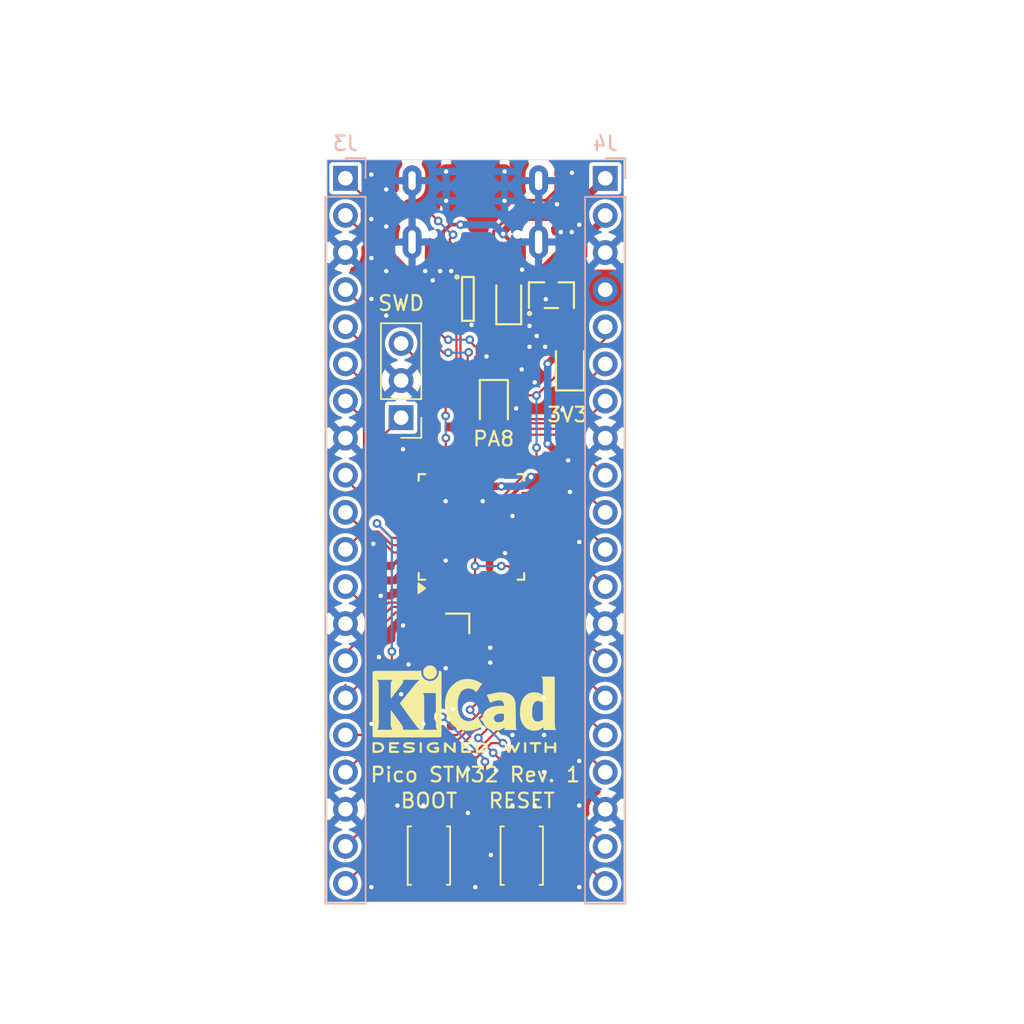
<source format=kicad_pcb>
(kicad_pcb
	(version 20241229)
	(generator "pcbnew")
	(generator_version "9.0")
	(general
		(thickness 1.69)
		(legacy_teardrops no)
	)
	(paper "A4")
	(title_block
		(title "Pico STM32")
		(date "2025-09-05")
		(rev "1")
		(comment 1 "Copyright (c) 2025 Matthias Blankertz")
		(comment 2 "CC BY-SA 4.0")
	)
	(layers
		(0 "F.Cu" signal)
		(2 "B.Cu" mixed)
		(9 "F.Adhes" user "F.Adhesive")
		(11 "B.Adhes" user "B.Adhesive")
		(13 "F.Paste" user)
		(15 "B.Paste" user)
		(5 "F.SilkS" user "F.Silkscreen")
		(1 "F.Mask" user)
		(3 "B.Mask" user)
		(17 "Dwgs.User" user "User.Drawings")
		(19 "Cmts.User" user "User.Comments")
		(21 "Eco1.User" user "User.Eco1")
		(23 "Eco2.User" user "User.Eco2")
		(25 "Edge.Cuts" user)
		(27 "Margin" user)
		(31 "F.CrtYd" user "F.Courtyard")
		(29 "B.CrtYd" user "B.Courtyard")
		(35 "F.Fab" user)
		(33 "B.Fab" user)
		(39 "User.1" user)
		(41 "User.2" user)
		(43 "User.3" user)
		(45 "User.4" user)
	)
	(setup
		(stackup
			(layer "F.SilkS"
				(type "Top Silk Screen")
			)
			(layer "F.Paste"
				(type "Top Solder Paste")
			)
			(layer "F.Mask"
				(type "Top Solder Mask")
				(thickness 0.01)
			)
			(layer "F.Cu"
				(type "copper")
				(thickness 0.035)
			)
			(layer "dielectric 1"
				(type "core")
				(thickness 1.6)
				(material "FR4")
				(epsilon_r 4.5)
				(loss_tangent 0.02)
			)
			(layer "B.Cu"
				(type "copper")
				(thickness 0.035)
			)
			(layer "B.Mask"
				(type "Bottom Solder Mask")
				(thickness 0.01)
			)
			(layer "B.Paste"
				(type "Bottom Solder Paste")
			)
			(copper_finish "HAL SnPb")
			(dielectric_constraints no)
		)
		(pad_to_mask_clearance 0)
		(allow_soldermask_bridges_in_footprints no)
		(tenting front back)
		(pcbplotparams
			(layerselection 0x00000000_00000000_55555555_5755f57f)
			(plot_on_all_layers_selection 0x00000000_00000000_00000000_00000000)
			(disableapertmacros no)
			(usegerberextensions no)
			(usegerberattributes yes)
			(usegerberadvancedattributes yes)
			(creategerberjobfile yes)
			(dashed_line_dash_ratio 12.000000)
			(dashed_line_gap_ratio 3.000000)
			(svgprecision 4)
			(plotframeref no)
			(mode 1)
			(useauxorigin no)
			(hpglpennumber 1)
			(hpglpenspeed 20)
			(hpglpendiameter 15.000000)
			(pdf_front_fp_property_popups yes)
			(pdf_back_fp_property_popups yes)
			(pdf_metadata yes)
			(pdf_single_document no)
			(dxfpolygonmode yes)
			(dxfimperialunits yes)
			(dxfusepcbnewfont yes)
			(psnegative no)
			(psa4output no)
			(plot_black_and_white yes)
			(sketchpadsonfab no)
			(plotpadnumbers no)
			(hidednponfab no)
			(sketchdnponfab yes)
			(crossoutdnponfab yes)
			(subtractmaskfromsilk yes)
			(outputformat 1)
			(mirror no)
			(drillshape 0)
			(scaleselection 1)
			(outputdirectory "")
		)
	)
	(net 0 "")
	(net 1 "GND")
	(net 2 "VBUS")
	(net 3 "+3.3V")
	(net 4 "unconnected-(J1-SBU1-PadA8)")
	(net 5 "unconnected-(J1-SBU2-PadB8)")
	(net 6 "Net-(U1-PD0)")
	(net 7 "Net-(U1-PD1)")
	(net 8 "Net-(J1-CC1)")
	(net 9 "Net-(J1-CC2)")
	(net 10 "nRST")
	(net 11 "USB_D_N")
	(net 12 "/BOOT0")
	(net 13 "USB_D_P")
	(net 14 "PB9")
	(net 15 "/PB2_BOOT1")
	(net 16 "PC15")
	(net 17 "PB5")
	(net 18 "PA1")
	(net 19 "PA9_USART1TX")
	(net 20 "PA2")
	(net 21 "PA10_USART1RX")
	(net 22 "PB3")
	(net 23 "+5V")
	(net 24 "/PA14_SWCLK")
	(net 25 "/PA13_SWDIO")
	(net 26 "PA0")
	(net 27 "PC14")
	(net 28 "PB6")
	(net 29 "PA15")
	(net 30 "PC13")
	(net 31 "PB8")
	(net 32 "PB7")
	(net 33 "/PA8")
	(net 34 "PA3")
	(net 35 "PB13")
	(net 36 "PB14")
	(net 37 "PB12")
	(net 38 "PA4")
	(net 39 "PB11")
	(net 40 "PB15")
	(net 41 "PB10")
	(net 42 "PA6")
	(net 43 "PA5")
	(net 44 "PB0")
	(net 45 "PA7")
	(net 46 "PB1")
	(net 47 "PB4")
	(net 48 "Net-(D1-Pad1)")
	(net 49 "Net-(C10-Pad2)")
	(net 50 "Net-(D4-Pad1)")
	(footprint "PCM_JLCPCB:SOT-143-4_L2.9-W1.3-P1.90-LS2.4-BL-1" (layer "F.Cu") (at 156.972 65.405 -90))
	(footprint "PCM_JLCPCB:C_0402" (layer "F.Cu") (at 151.638 84.1756 90))
	(footprint "PCM_JLCPCB:TYPE-C-SMD_HX-TYPE-C-16PIN" (layer "F.Cu") (at 157.48 59.69 180))
	(footprint "PCM_JLCPCB:C_0402" (layer "F.Cu") (at 152.570001 89.036 -90))
	(footprint "PCM_JLCPCB:D_0805" (layer "F.Cu") (at 158.75 72.644 -90))
	(footprint "PCM_JLCPCB:R_0402" (layer "F.Cu") (at 156.718 101.981 -90))
	(footprint "PCM_JLCPCB:LQFP-48_7x7mm_P0.5mm" (layer "F.Cu") (at 157.210592 81.010592 90))
	(footprint "PCM_JLCPCB:C_0402" (layer "F.Cu") (at 152.4 85.5472 180))
	(footprint "PCM_JLCPCB:R_0402" (layer "F.Cu") (at 155.194 74.168))
	(footprint "PCM_JLCPCB:R_0402" (layer "F.Cu") (at 163.195 57.277 90))
	(footprint "PCM_JLCPCB:OSC-SMD_4P-L3.2-W2.5-BL" (layer "F.Cu") (at 155.067 88.646 180))
	(footprint "PCM_JLCPCB:C_0402" (layer "F.Cu") (at 153.416 76.2 90))
	(footprint "PCM_JLCPCB:SOT-23-3_L2.9-W1.6-P1.90-LS2.8-BR" (layer "F.Cu") (at 162.687 65.151 -90))
	(footprint "PCM_JLCPCB:SW_TS-1088-AR02016" (layer "F.Cu") (at 160.655 103.505 90))
	(footprint "PCM_JLCPCB:C_0402" (layer "F.Cu") (at 157.611201 89.789 90))
	(footprint "PCM_JLCPCB:D_SOD-323" (layer "F.Cu") (at 159.766 65.532 90))
	(footprint "PCM_JLCPCB:C_0402" (layer "F.Cu") (at 163.068 78.105 -90))
	(footprint "PCM_JLCPCB:C_0402" (layer "F.Cu") (at 160.655 71.501 -90))
	(footprint "Symbol:KiCad-Logo2_5mm_SilkScreen"
		(layer "F.Cu")
		(uuid "8bdabd8e-de49-470d-a182-d595815bb16e")
		(at 156.722201 93.472)
		(descr "KiCad Logo")
		(tags "Logo KiCad")
		(property "Reference" "REF**"
			(at 0 -5.08 0)
			(layer "F.SilkS")
			(hide yes)
			(uuid "115888e8-a942-49fa-9823-f6fcb10a4576")
			(effects
				(font
					(size 1 1)
					(thickness 0.15)
				)
			)
		)
		(property "Value" "KiCad-Logo2_5mm_SilkScreen"
			(at 0 5.08 0)
			(layer "F.Fab")
			(hide yes)
			(uuid "8844ef9d-fee1-455d-be66-3b6852d24d67")
			(effects
				(font
					(size 1 1)
					(thickness 0.15)
				)
			)
		)
		(property "Datasheet" ""
			(at 0 0 0)
			(unlocked yes)
			(layer "F.Fab")
			(hide yes)
			(uuid "240cc77e-95fb-4ebc-9e74-91de1cf4430c")
			(effects
				(font
					(size 1.27 1.27)
					(thickness 0.15)
				)
			)
		)
		(property "Description" ""
			(at 0 0 0)
			(unlocked yes)
			(layer "F.Fab")
			(hide yes)
			(uuid "4dda8c0a-4102-42cf-9291-1e393cb2b8f6")
			(effects
				(font
					(size 1.27 1.27)
					(thickness 0.15)
				)
			)
		)
		(attr board_only exclude_from_pos_files exclude_from_bom allow_missing_courtyard)
		(fp_poly
			(pts
				(xy 4.188614 2.275877) (xy 4.212327 2.290647) (xy 4.238978 2.312227) (xy 4.238978 2.633773) (xy 4.238893 2.72783)
				(xy 4.238529 2.801932) (xy 4.237724 2.858704) (xy 4.236313 2.900768) (xy 4.234133 2.930748) (xy 4.231021 2.951267)
				(xy 4.226814 2.964949) (xy 4.221348 2.974416) (xy 4.217472 2.979082) (xy 4.186034 2.999575) (xy 4.150233 2.998739)
				(xy 4.118873 2.981264) (xy 4.092222 2.959684) (xy 4.092222 2.312227) (xy 4.118873 2.290647) (xy 4.144594 2.274949)
				(xy 4.1656 2.269067) (xy 4.188614 2.275877)
			)
			(stroke
				(width 0.01)
				(type solid)
			)
			(fill yes)
			(layer "F.SilkS")
			(uuid "9cb7c89e-3ed4-4f15-9d01-428f9f2f6f1c")
		)
		(fp_poly
			(pts
				(xy -2.923822 2.291645) (xy -2.917242 2.299218) (xy -2.912079 2.308987) (xy -2.908164 2.323571)
				(xy -2.905324 2.345585) (xy -2.903387 2.377648) (xy -2.902183 2.422375) (xy -2.901539 2.482385)
				(xy -2.901284 2.560294) (xy -2.901245 2.635956) (xy -2.901314 2.729802) (xy -2.901638 2.803689)
				(xy -2.902386 2.860232) (xy -2.903732 2.902049) (xy -2.905846 2.931757) (xy -2.9089 2.951973) (xy -2.913066 2.965314)
				(xy -2.918516 2.974398) (xy -2.923822 2.980267) (xy -2.956826 2.999947) (xy -2.991991 2.998181)
				(xy -3.023455 2.976717) (xy -3.030684 2.968337) (xy -3.036334 2.958614) (xy -3.040599 2.944861)
				(xy -3.043673 2.924389) (xy -3.045752 2.894512) (xy -3.04703 2.852541) (xy -3.047701 2.795789) (xy -3.047959 2.721567)
				(xy -3.048 2.637537) (xy -3.048 2.324485) (xy -3.020291 2.296776) (xy -2.986137 2.273463) (xy -2.953006 2.272623)
				(xy -2.923822 2.291645)
			)
			(stroke
				(width 0.01)
				(type solid)
			)
			(fill yes)
			(layer "F.SilkS")
			(uuid "d95d357a-1821-47b3-923a-c3b38f96bc98")
		)
		(fp_poly
			(pts
				(xy -2.273043 -2.973429) (xy -2.176768 -2.949191) (xy -2.090184 -2.906359) (xy -2.015373 -2.846581)
				(xy -1.954418 -2.771506) (xy -1.909399 -2.68278) (xy -1.883136 -2.58647) (xy -1.877286 -2.489205)
				(xy -1.89214 -2.395346) (xy -1.92584 -2.307489) (xy -1.976528 -2.22823) (xy -2.042345 -2.160164)
				(xy -2.121434 -2.105888) (xy -2.211934 -2.067998) (xy -2.2632 -2.055574) (xy -2.307698 -2.048053)
				(xy -2.341999 -2.045081) (xy -2.37496 -2.046906) (xy -2.415434 -2.053775) (xy -2.448531 -2.06075)
				(xy -2.541947 -2.092259) (xy -2.625619 -2.143383) (xy -2.697665 -2.212571) (xy -2.7562 -2.298272)
				(xy -2.770148 -2.325511) (xy -2.786586 -2.361878) (xy -2.796894 -2.392418) (xy -2.80246 -2.42455)
				(xy -2.804669 -2.465693) (xy -2.804948 -2.511778) (xy -2.800861 -2.596135) (xy -2.787446 -2.665414)
				(xy -2.762256 -2.726039) (xy -2.722846 -2.784433) (xy -2.684298 -2.828698) (xy -2.612406 -2.894516)
				(xy -2.537313 -2.939947) (xy -2.454562 -2.96715) (xy -2.376928 -2.977424) (xy -2.273043 -2.973429)
			)
			(stroke
				(width 0.01)
				(type solid)
			)
			(fill yes)
			(layer "F.SilkS")
			(uuid "cd45797a-b2be-45d2-ad8c-59bc220af130")
		)
		(fp_poly
			(pts
				(xy 4.963065 2.269163) (xy 5.041772 2.269542) (xy 5.102863 2.270333) (xy 5.148817 2.27167) (xy 5.182114 2.273683)
				(xy 5.205236 2.276506) (xy 5.220662 2.280269) (xy 5.230871 2.285105) (xy 5.235813 2.288822) (xy 5.261457 2.321358)
				(xy 5.264559 2.355138) (xy 5.248711 2.385826) (xy 5.238348 2.398089) (xy 5.227196 2.40645) (xy 5.211035 2.411657)
				(xy 5.185642 2.414457) (xy 5.146798 2.415596) (xy 5.09028 2.415821) (xy 5.07918 2.415822) (xy 4.933244 2.415822)
				(xy 4.933244 2.686756) (xy 4.933148 2.772154) (xy 4.932711 2.837864) (xy 4.931712 2.886774) (xy 4.929928 2.921773)
				(xy 4.927137 2.945749) (xy 4.923117 2.961593) (xy 4.917645 2.972191) (xy 4.910666 2.980267) (xy 4.877734 3.000112)
				(xy 4.843354 2.998548) (xy 4.812176 2.975906) (xy 4.809886 2.9731) (xy 4.802429 2.962492) (xy 4.796747 2.950081)
				(xy 4.792601 2.93285) (xy 4.78975 2.907784) (xy 4.787954 2.871867) (xy 4.786972 2.822083) (xy 4.786564 2.755417)
				(xy 4.786489 2.679589) (xy 4.786489 2.415822) (xy 4.647127 2.415822) (xy 4.587322 2.415418) (xy 4.545918 2.41384)
				(xy 4.518748 2.410547) (xy 4.501646 2.404992) (xy 4.490443 2.396631) (xy 4.489083 2.395178) (xy 4.472725 2.361939)
				(xy 4.474172 2.324362) (xy 4.492978 2.291645) (xy 4.50025 2.285298) (xy 4.509627 2.280266) (xy 4.523609 2.276396)
				(xy 4.544696 2.273537) (xy 4.575389 2.271535) (xy 4.618189 2.270239) (xy 4.675595 2.269498) (xy 4.75011 2.269158)
				(xy 4.844233 2.269068) (xy 4.86426 2.269067) (xy 4.963065 2.269163)
			)
			(stroke
				(width 0.01)
				(type solid)
			)
			(fill yes)
			(layer "F.SilkS")
			(uuid "f70c18ba-7a4e-4e16-b89d-808876ca0334")
		)
		(fp_poly
			(pts
				(xy 6.228823 2.274533) (xy 6.260202 2.296776) (xy 6.287911 2.324485) (xy 6.287911 2.63392) (xy 6.287838 2.725799)
				(xy 6.287495 2.79784) (xy 6.286692 2.85278) (xy 6.285241 2.89336) (xy 6.282952 2.922317) (xy 6.279636 2.942391)
				(xy 6.275105 2.956321) (xy 6.269169 2.966845) (xy 6.264514 2.9731) (xy 6.233783 2.997673) (xy 6.198496 3.000341)
				(xy 6.166245 2.985271) (xy 6.155588 2.976374) (xy 6.148464 2.964557) (xy 6.144167 2.945526) (xy 6.141991 2.914992)
				(xy 6.141228 2.868662) (xy 6.141155 2.832871) (xy 6.141155 2.698045) (xy 5.644444 2.698045) (xy 5.644444 2.8207)
				(xy 5.643931 2.876787) (xy 5.641876 2.915333) (xy 5.637508 2.941361) (xy 5.630056 2.959897) (xy 5.621047 2.9731)
				(xy 5.590144 2.997604) (xy 5.555196 3.000506) (xy 5.521738 2.983089) (xy 5.512604 2.973959) (xy 5.506152 2.961855)
				(xy 5.501897 2.943001) (xy 5.499352 2.91362) (xy 5.498029 2.869937) (xy 5.497443 2.808175) (xy 5.497375 2.794)
				(xy 5.496891 2.677631) (xy 5.496641 2.581727) (xy 5.496723 2.504177) (xy 5.497231 2.442869) (xy 5.498262 2.39569)
				(xy 5.499913 2.36053) (xy 5.502279 2.335276) (xy 5.505457 2.317817) (xy 5.509544 2.306041) (xy 5.514634 2.297835)
				(xy 5.520266 2.291645) (xy 5.552128 2.271844) (xy 5.585357 2.274533) (xy 5.616735 2.296776) (xy 5.629433 2.311126)
				(xy 5.637526 2.326978) (xy 5.642042 2.349554) (xy 5.644006 2.384078) (xy 5.644444 2.435776) (xy 5.644444 2.551289)
				(xy 6.141155 2.551289) (xy 6.141155 2.432756) (xy 6.141662 2.378148) (xy 6.143698 2.341275) (xy 6.148035 2.317307)
				(xy 6.155447 2.301415) (xy 6.163733 2.291645) (xy 6.195594 2.271844) (xy 6.228823 2.274533)
			)
			(stroke
				(width 0.01)
				(type solid)
			)
			(fill yes)
			(layer "F.SilkS")
			(uuid "5b5bc0b3-ae28-49cd-a9a0-3f334ee946ae")
		)
		(fp_poly
			(pts
				(xy 1.018309 2.269275) (xy 1.147288 2.273636) (xy 1.256991 2.286861) (xy 1.349226 2.309741) (xy 1.425802 2.34307)
				(xy 1.488527 2.387638) (xy 1.539212 2.444236) (xy 1.579663 2.513658) (xy 1.580459 2.515351) (xy 1.604601 2.577483)
				(xy 1.613203 2.632509) (xy 1.606231 2.687887) (xy 1.583654 2.751073) (xy 1.579372 2.760689) (xy 1.550172 2.816966)
				(xy 1.517356 2.860451) (xy 1.475002 2.897417) (xy 1.41719 2.934135) (xy 1.413831 2.936052) (xy 1.363504 2.960227)
				(xy 1.306621 2.978282) (xy 1.239527 2.990839) (xy 1.158565 2.998522) (xy 1.060082 3.001953) (xy 1.025286 3.002251)
				(xy 0.859594 3.002845) (xy 0.836197 2.9731) (xy 0.829257 2.963319) (xy 0.823842 2.951897) (xy 0.819765 2.936095)
				(xy 0.816837 2.913175) (xy 0.814867 2.880396) (xy 0.814225 2.856089) (xy 0.970844 2.856089) (xy 1.064726 2.856089)
				(xy 1.119664 2.854483) (xy 1.17606 2.850255) (xy 1.222345 2.844292) (xy 1.225139 2.84379) (xy 1.307348 2.821736)
				(xy 1.371114 2.7886) (xy 1.418452 2.742847) (xy 1.451382 2.682939) (xy 1.457108 2.667061) (xy 1.462721 2.642333)
				(xy 1.460291 2.617902) (xy 1.448467 2.5854) (xy 1.44134 2.569434) (xy 1.418 2.527006) (xy 1.38988 2.49724)
				(xy 1.35894 2.476511) (xy 1.296966 2.449537) (xy 1.217651 2.429998) (xy 1.125253 2.418746) (xy 1.058333 2.41627)
				(xy 0.970844 2.415822) (xy 0.970844 2.856089) (xy 0.814225 2.856089) (xy 0.813668 2.835021) (xy 0.81305 2.774311)
				(xy 0.812825 2.695526) (xy 0.8128 2.63392) (xy 0.8128 2.324485) (xy 0.840509 2.296776) (xy 0.852806 2.285544)
				(xy 0.866103 2.277853) (xy 0.884672 2.27304) (xy 0.912786 2.270446) (xy 0.954717 2.26941) (xy 1.014737 2.26927)
				(xy 1.018309 2.269275)
			)
			(stroke
				(width 0.01)
				(type solid)
			)
			(fill yes)
			(layer "F.SilkS")
			(uuid "78ac23c9-6604-4c1e-9a2a-de8e8d3cc8f4")
		)
		(fp_poly
			(pts
				(xy -6.121371 2.269066) (xy -6.081889 2.269467) (xy -5.9662 2.272259) (xy -5.869311 2.28055) (xy -5.787919 2.295232)
				(xy -5.718723 2.317193) (xy -5.65842 2.347322) (xy -5.603708 2.38651) (xy -5.584167 2.403532) (xy -5.55175 2.443363)
				(xy -5.52252 2.497413) (xy -5.499991 2.557323) (xy -5.487679 2.614739) (xy -5.4864 2.635956) (xy -5.494417 2.694769)
				(xy -5.515899 2.759013) (xy -5.546999 2.819821) (xy -5.583866 2.86833) (xy -5.589854 2.874182) (xy -5.640579 2.915321)
				(xy -5.696125 2.947435) (xy -5.759696 2.971365) (xy -5.834494 2.987953) (xy -5.923722 2.998041)
				(xy -6.030582 3.002469) (xy -6.079528 3.002845) (xy -6.141762 3.002545) (xy -6.185528 3.001292)
				(xy -6.214931 2.998554) (xy -6.234079 2.993801) (xy -6.247077 2.986501) (xy -6.254045 2.980267)
				(xy -6.260626 2.972694) (xy -6.265788 2.962924) (xy -6.269703 2.94834) (xy -6.272543 2.926326) (xy -6.27448 2.894264)
				(xy -6.275684 2.849536) (xy -6.276328 2.789526) (xy -6.276583 2.711617) (xy -6.276622 2.635956)
				(xy -6.27687 2.535041) (xy -6.276817 2.454427) (xy -6.275857 2.415822) (xy -6.129867 2.415822) (xy -6.129867 2.856089)
				(xy -6.036734 2.856004) (xy -5.980693 2.854396) (xy -5.921999 2.850256) (xy -5.873028 2.844464)
				(xy -5.871538 2.844226) (xy -5.792392 2.82509) (xy -5.731002 2.795287) (xy -5.684305 2.752878) (xy -5.654635 2.706961)
				(xy -5.636353 2.656026) (xy -5.637771 2.6082) (xy -5.658988 2.556933) (xy -5.700489 2.503899) (xy -5.757998 2.4646)
				(xy -5.83275 2.438331) (xy -5.882708 2.429035) (xy -5.939416 2.422507) (xy -5.999519 2.417782) (xy -6.050639 2.415817)
				(xy -6.053667 2.415808) (xy -6.129867 2.415822) (xy -6.275857 2.415822) (xy -6.27526 2.391851) (xy -6.270998 2.345055)
				(xy -6.26283 2.311778) (xy -6.249556 2.289759) (xy -6.229974 2.276739) (xy -6.202883 2.270457) (xy -6.167082 2.268653)
				(xy -6.121371 2.269066)
			)
			(stroke
				(width 0.01)
				(type solid)
			)
			(fill yes)
			(layer "F.SilkS")
			(uuid "1c359cdb-10e1-443f-b853-dcd5a6d1ad9f")
		)
		(fp_poly
			(pts
				(xy -1.300114 2.273448) (xy -1.276548 2.287273) (xy -1.245735 2.309881) (xy -1.206078 2.342338)
				(xy -1.15598 2.385708) (xy -1.093843 2.441058) (xy -1.018072 2.509451) (xy -0.931334 2.588084) (xy -0.750711 2.751878)
				(xy -0.745067 2.532029) (xy -0.743029 2.456351) (xy -0.741063 2.399994) (xy -0.738734 2.359706)
				(xy -0.735606 2.332235) (xy -0.731245 2.314329) (xy -0.725216 2.302737) (xy -0.717084 2.294208)
				(xy -0.712772 2.290623) (xy -0.678241 2.27167) (xy -0.645383 2.274441) (xy -0.619318 2.290633) (xy -0.592667 2.312199)
				(xy -0.589352 2.627151) (xy -0.588435 2.719779) (xy -0.587968 2.792544) (xy -0.588113 2.848161)
				(xy -0.589032 2.889342) (xy -0.590887 2.918803) (xy -0.593839 2.939255) (xy -0.59805 2.953413) (xy -0.603682 2.963991)
				(xy -0.609927 2.972474) (xy -0.623439 2.988207) (xy -0.636883 2.998636) (xy -0.652124 3.002639)
				(xy -0.671026 2.999094) (xy -0.695455 2.986879) (xy -0.727273 2.964871) (xy -0.768348 2.931949)
				(xy -0.820542 2.886991) (xy -0.885722 2.828875) (xy -0.959556 2.762099) (xy -1.224845 2.521458)
				(xy -1.230489 2.740589) (xy -1.232531 2.816128) (xy -1.234502 2.872354) (xy -1.236839 2.912524)
				(xy -1.239981 2.939896) (xy -1.244364 2.957728) (xy -1.250424 2.969279) (xy -1.2586 2.977807) (xy -1.262784 2.981282)
				(xy -1.299765 3.000372) (xy -1.334708 2.997493) (xy -1.365136 2.9731) (xy -1.372097 2.963286) (xy -1.377523 2.951826)
				(xy -1.381603 2.935968) (xy -1.384529 2.912963) (xy -1.386492 2.880062) (xy -1.387683 2.834516)
				(xy -1.388292 2.773573) (xy -1.388511 2.694486) (xy -1.388534 2.635956) (xy -1.38846 2.544407) (xy -1.388113 2.472687)
				(xy -1.387301 2.418045) (xy -1.385833 2.377732) (xy -1.383519 2.348998) (xy -1.380167 2.329093)
				(xy -1.375588 2.315268) (xy -1.369589 2.304772) (xy -1.365136 2.298811) (xy -1.35385 2.284691) (xy -1.343301 2.274029)
				(xy -1.331893 2.267892) (xy -1.31803 2.267343) (xy -1.300114 2.273448)
			)
			(stroke
				(width 0.01)
				(type solid)
			)
			(fill yes)
			(layer "F.SilkS")
			(uuid "52a7964d-ac4e-44fb-a7d2-57ddd9b74038")
		)
		(fp_poly
			(pts
				(xy -1.950081 2.274599) (xy -1.881565 2.286095) (xy -1.828943 2.303967) (xy -1.794708 2.327499)
				(xy -1.785379 2.340924) (xy -1.775893 2.372148) (xy -1.782277 2.400395) (xy -1.80243 2.427182) (xy -1.833745 2.439713)
				(xy -1.879183 2.438696) (xy -1.914326 2.431906) (xy -1.992419 2.418971) (xy -2.072226 2.417742)
				(xy -2.161555 2.428241) (xy -2.186229 2.43269) (xy -2.269291 2.456108) (xy -2.334273 2.490945) (xy -2.380461 2.536604)
				(xy -2.407145 2.592494) (xy -2.412663 2.621388) (xy -2.409051 2.680012) (xy -2.385729 2.731879)
				(xy -2.344824 2.775978) (xy -2.288459 2.811299) (xy -2.21876 2.836829) (xy -2.137852 2.851559) (xy -2.04786 2.854478)
				(xy -1.95091 2.844575) (xy -1.945436 2.843641) (xy -1.906875 2.836459) (xy -1.885494 2.829521) (xy -1.876227 2.819227)
				(xy -1.874006 2.801976) (xy -1.873956 2.792841) (xy -1.873956 2.754489) (xy -1.942431 2.754489)
				(xy -2.0029 2.750347) (xy -2.044165 2.737147) (xy -2.068175 2.71373) (xy -2.076877 2.678936) (xy -2.076983 2.674394)
				(xy -2.071892 2.644654) (xy -2.054433 2.623419) (xy -2.021939 2.609366) (xy -1.971743 2.601173)
				(xy -1.923123 2.598161) (xy -1.852456 2.596433) (xy -1.801198 2.59907) (xy -1.766239 2.6088) (xy -1.74447 2.628353)
				(xy -1.73278 2.660456) (xy -1.72806 2.707838) (xy -1.7272 2.770071) (xy -1.728609 2.839535) (xy -1.732848 2.886786)
				(xy -1.739936 2.912012) (xy -1.741311 2.913988) (xy -1.780228 2.945508) (xy -1.837286 2.97047) (xy -1.908869 2.98834)
				(xy -1.991358 2.998586) (xy -2.081139 3.000673) (xy -2.174592 2.994068) (xy -2.229556 2.985956)
				(xy -2.315766 2.961554) (xy -2.395892 2.921662) (xy -2.462977 2.869887) (xy -2.473173 2.859539)
				(xy -2.506302 2.816035) (xy -2.536194 2.762118) (xy -2.559357 2.705592) (xy -2.572298 2.654259)
				(xy -2.573858 2.634544) (xy -2.567218 2.593419) (xy -2.549568 2.542252) (xy -2.524297 2.488394)
				(xy -2.494789 2.439195) (xy -2.468719 2.406334) (xy -2.407765 2.357452) (xy -2.328969 2.318545)
				(xy -2.235157 2.290494) (xy -2.12915 2.274179) (xy -2.032 2.270192) (xy -1.950081 2.274599)
			)
			(stroke
				(width 0.01)
				(type solid)
			)
			(fill yes)
			(layer "F.SilkS")
			(uuid "7691cfbd-3083-4c6d-b59f-c92a2e6819bb")
		)
		(fp_poly
			(pts
				(xy 0.230343 2.26926) (xy 0.306701 2.270174) (xy 0.365217 2.272311) (xy 0.408255 2.276175) (xy 0.438183 2.282267)
				(xy 0.457368 2.29109) (xy 0.468176 2.303146) (xy 0.472973 2.318939) (xy 0.474127 2.33897) (xy 0.474133 2.341335)
				(xy 0.473131 2.363992) (xy 0.468396 2.381503) (xy 0.457333 2.394574) (xy 0.437348 2.403913) (xy 0.405846 2.410227)
				(xy 0.360232 2.414222) (xy 0.297913 2.416606) (xy 0.216293 2.418086) (xy 0.191277 2.418414) (xy -0.0508 2.421467)
				(xy -0.054186 2.486378) (xy -0.057571 2.551289) (xy 0.110576 2.551289) (xy 0.176266 2.551531) (xy 0.223172 2.552556)
				(xy 0.255083 2.554811) (xy 0.275791 2.558742) (xy 0.289084 2.564798) (xy 0.298755 2.573424) (xy 0.298817 2.573493)
				(xy 0.316356 2.607112) (xy 0.315722 2.643448) (xy 0.297314 2.674423) (xy 0.293671 2.677607) (xy 0.280741 2.685812)
				(xy 0.263024 2.691521) (xy 0.23657 2.695162) (xy 0.197432 2.697167) (xy 0.141662 2.697964) (xy 0.105994 2.698045)
				(xy -0.056445 2.698045) (xy -0.056445 2.856089) (xy 0.190161 2.856089) (xy 0.27158 2.856231) (xy 0.33341 2.856814)
				(xy 0.378637 2.858068) (xy 0.410248 2.860227) (xy 0.431231 2.863523) (xy 0.444573 2.868189) (xy 0.453261 2.874457)
				(xy 0.45545 2.876733) (xy 0.471614 2.90828) (xy 0.472797 2.944168) (xy 0.459536 2.975285) (xy 0.449043 2.985271)
				(xy 0.438129 2.990769) (xy 0.421217 2.995022) (xy 0.395633 2.99818) (xy 0.358701 3.000392) (xy 0.307746 3.001806)
				(xy 0.240094 3.002572) (xy 0.153069 3.002838) (xy 0.133394 3.002845) (xy 0.044911 3.002787) (xy -0.023773 3.002467)
				(xy -0.075436 3.001667) (xy -0.112855 3.000167) (xy -0.13881 2.997749) (xy -0.156078 2.994194) (xy -0.167438 2.989282)
				(xy -0.175668 2.982795) (xy -0.180183 2.978138) (xy -0.186979 2.969889) (xy -0.192288 2.959669)
				(xy -0.196294 2.9448) (xy -0.199179 2.922602) (xy -0.201126 2.890393) (xy -0.202319 2.845496) (xy -0.202939 2.785228)
				(xy -0.203171 2.706911) (xy -0.2032 2.640994) (xy -0.203129 2.548628) (xy -0.202792 2.476117) (xy -0.202002 2.420737)
				(xy -0.200574 2.379765) (xy -0.198321 2.350478) (xy -0.195057 2.330153) (xy -0.190596 2.316066)
				(xy -0.184752 2.305495) (xy -0.179803 2.298811) (xy -0.156406 2.269067) (xy 0.133774 2.269067) (xy 0.230343 2.26926)
			)
			(stroke
				(width 0.01)
				(type solid)
			)
			(fill yes)
			(layer "F.SilkS")
			(uuid "61991b7c-277c-4795-98e8-efba23b5e7c9")
		)
		(fp_poly
			(pts
				(xy -4.712794 2.269146) (xy -4.643386 2.269518) (xy -4.590997 2.270385) (xy -4.552847 2.271946)
				(xy -4.526159 2.274403) (xy -4.508153 2.277957) (xy -4.496049 2.28281) (xy -4.487069 2.289161) (xy -4.483818 2.292084)
				(xy -4.464043 2.323142) (xy -4.460482 2.358828) (xy -4.473491 2.39051) (xy -4.479506 2.396913) (xy -4.489235 2.403121)
				(xy -4.504901 2.40791) (xy -4.529408 2.411514) (xy -4.565661 2.414164) (xy -4.616565 2.416095) (xy -4.685026 2.417539)
				(xy -4.747617 2.418418) (xy -4.995334 2.421467) (xy -4.998719 2.486378) (xy -5.002105 2.551289)
				(xy -4.833958 2.551289) (xy -4.760959 2.551919) (xy -4.707517 2.554553) (xy -4.670628 2.560309)
				(xy -4.647288 2.570304) (xy -4.634494 2.585656) (xy -4.629242 2.607482) (xy -4.628445 2.627738)
				(xy -4.630923 2.652592) (xy -4.640277 2.670906) (xy -4.659383 2.683637) (xy -4.691118 2.691741)
				(xy -4.738359 2.696176) (xy -4.803983 2.697899) (xy -4.839801 2.698045) (xy -5.000978 2.698045)
				(xy -5.000978 2.856089) (xy -4.752622 2.856089) (xy -4.671213 2.856202) (xy -4.609342 2.856712)
				(xy -4.563968 2.85787) (xy -4.532054 2.85993) (xy -4.510559 2.863146) (xy -4.496443 2.867772) (xy -4.486668 2.874059)
				(xy -4.481689 2.878667) (xy -4.46461 2.90556) (xy -4.459111 2.929467) (xy -4.466963 2.958667) (xy -4.481689 2.980267)
				(xy -4.489546 2.987066) (xy -4.499688 2.992346) (xy -4.514844 2.996298) (xy -4.537741 2.999113)
				(xy -4.571109 3.000982) (xy -4.617675 3.002098) (xy -4.680167 3.002651) (xy -4.761314 3.002833)
				(xy -4.803422 3.002845) (xy -4.893598 3.002765) (xy -4.963924 3.002398) (xy -5.017129 3.001552)
				(xy -5.05594 3.000036) (xy -5.083087 2.997659) (xy -5.101298 2.994229) (xy -5.1133 2.989554) (xy -5.121822 2.983444)
				(xy -5.125156 2.980267) (xy -5.131755 2.97267) (xy -5.136927 2.96287) (xy -5.140846 2.948239) (xy -5.143684 2.926152)
				(xy -5.145615 2.893982) (xy -5.146812 2.849103) (xy -5.147448 2.788889) (xy -5.147697 2.710713)
				(xy -5.147734 2.637923) (xy -5.1477 2.544707) (xy -5.147465 2.471431) (xy -5.14683 2.415458) (xy -5.145594 2.374151)
				(xy -5.143556 2.344872) (xy -5.140517 2.324984) (xy -5.136277 2.31185) (xy -5.130635 2.302832) (xy -5.123391 2.295293)
				(xy -5.121606 2.293612) (xy -5.112945 2.286172) (xy -5.102882 2.280409) (xy -5.088625 2.276112)
				(xy -5.067383 2.273064) (xy -5.036364 2.271051) (xy -4.992777 2.26986) (xy -4.933831 2.269275) (xy -4.856734 2.269083)
				(xy -4.802001 2.269067) (xy -4.712794 2.269146)
			)
			(stroke
				(width 0.01)
				(type solid)
			)
			(fill yes)
			(layer "F.SilkS")
			(uuid "629445c9-0aa9-4c0b-a325-7f1fe5db9f6e")
		)
		(fp_poly
			(pts
				(xy 3.744665 2.271034) (xy 3.764255 2.278035) (xy 3.76501 2.278377) (xy 3.791613 2.298678) (xy 3.80627 2.319561)
				(xy 3.809138 2.329352) (xy 3.808996 2.342361) (xy 3.804961 2.360895) (xy 3.796146 2.387257) (xy 3.781669 2.423752)
				(xy 3.760645 2.472687) (xy 3.732188 2.536365) (xy 3.695415 2.617093) (xy 3.675175 2.661216) (xy 3.638625 2.739985)
				(xy 3.604315 2.812423) (xy 3.573552 2.87588) (xy 3.547648 2.927708) (xy 3.52791 2.965259) (xy 3.51565 2.985884)
				(xy 3.513224 2.988733) (xy 3.482183 3.001302) (xy 3.447121 2.999619) (xy 3.419 2.984332) (xy 3.417854 2.983089)
				(xy 3.406668 2.966154) (xy 3.387904 2.93317) (xy 3.363875 2.88838) (xy 3.336897 2.836032) (xy 3.327201 2.816742)
				(xy 3.254014 2.67015) (xy 3.17424 2.829393) (xy 3.145767 2.884415) (xy 3.11935 2.932132) (xy 3.097148 2.968893)
				(xy 3.081319 2.991044) (xy 3.075954 2.995741) (xy 3.034257 3.002102) (xy 2.999849 2.988733) (xy 2.989728 2.974446)
				(xy 2.972214 2.942692) (xy 2.948735 2.896597) (xy 2.92072 2.839285) (xy 2.889599 2.77388) (xy 2.856799 2.703507)
				(xy 2.82375 2.631291) (xy 2.791881 2.560355) (xy 2.762619 2.493825) (xy 2.737395 2.434826) (xy 2.717636 2.386481)
				(xy 2.704772 2.351915) (xy 2.700231 2.334253) (xy 2.700277 2.333613) (xy 2.711326 2.311388) (xy 2.73341 2.288753)
				(xy 2.73471 2.287768) (xy 2.761853 2.272425) (xy 2.786958 2.272574) (xy 2.796368 2.275466) (xy 2.807834 2.281718)
				(xy 2.82001 2.294014) (xy 2.834357 2.314908) (xy 2.852336 2.346949) (xy 2.875407 2.392688) (xy 2.90503 2.454677)
				(xy 2.931745 2.511898) (xy 2.96248 2.578226) (xy 2.990021 2.637874) (xy 3.012938 2.687725) (xy 3.029798 2.724664)
				(xy 3.039173 2.745573) (xy 3.04054 2.748845) (xy 3.046689 2.743497) (xy 3.060822 2.721109) (xy 3.081057 2.684946)
				(xy 3.105515 2.638277) (xy 3.115248 2.619022) (xy 3.148217 2.554004) (xy 3.173643 2.506654) (xy 3.193612 2.474219)
				(xy 3.21021 2.453946) (xy 3.225524 2.443082) (xy 3.24164 2.438875) (xy 3.252143 2.4384) (xy 3.27067 2.440042)
				(xy 3.286904 2.446831) (xy 3.303035 2.461566) (xy 3.321251 2.487044) (xy 3.343739 2.526061) (xy 3.372689 2.581414)
				(xy 3.388662 2.612903) (xy 3.41457 2.663087) (xy 3.437167 2.704704) (xy 3.454458 2.734242) (xy 3.46445 2.748189)
				(xy 3.465809 2.74877) (xy 3.472261 2.737793) (xy 3.486708 2.70929) (xy 3.507703 2.666244) (xy 3.533797 2.611638)
				(xy 3.563546 2.548454) (xy 3.57818 2.517071) (xy 3.61625 2.436078) (xy 3.646905 2.373756) (xy 3.671737 2.328071)
				(xy 3.692337 2.296989) (xy 3.710298 2.278478) (xy 3.72721 2.270504) (xy 3.744665 2.271034)
			)
			(stroke
				(width 0.01)
				(type solid)
			)
			(fill yes)
			(layer "F.SilkS")
			(uuid "82f2a07f-657c-4664-80cc-9b74a43794b0")
		)
		(fp_poly
			(pts
				(xy -3.691703 2.270351) (xy -3.616888 2.275581) (xy -3.547306 2.28375) (xy -3.487002 2.29455) (xy -3.44002 2.307673)
				(xy -3.410406 2.322813) (xy -3.40586 2.327269) (xy -3.390054 2.36185) (xy -3.394847 2.397351) (xy -3.419364 2.427725)
				(xy -3.420534 2.428596) (xy -3.434954 2.437954) (xy -3.450008 2.442876) (xy -3.471005 2.443473)
				(xy -3.503257 2.439861) (xy -3.552073 2.432154) (xy -3.556 2.431505) (xy -3.628739 2.422569) (xy -3.707217 2.418161)
				(xy -3.785927 2.418119) (xy -3.859361 2.422279) (xy -3.922011 2.430479) (xy -3.96837 2.442557) (xy -3.971416 2.443771)
				(xy -4.005048 2.462615) (xy -4.016864 2.481685) (xy -4.007614 2.500439) (xy -3.978047 2.518337)
				(xy -3.928911 2.534837) (xy -3.860957 2.549396) (xy -3.815645 2.556406) (xy -3.721456 2.569889)
				(xy -3.646544 2.582214) (xy -3.587717 2.594449) (xy -3.541785 2.607661) (xy -3.505555 2.622917)
				(xy -3.475838 2.641285) (xy -3.449442 2.663831) (xy -3.42823 2.685971) (xy -3.403065 2.716819) (xy -3.390681 2.743345)
				(xy -3.386808 2.776026) (xy -3.386667 2.787995) (xy -3.389576 2.827712) (xy -3.401202 2.857259)
				(xy -3.421323 2.883486) (xy -3.462216 2.923576) (xy -3.507817 2.954149) (xy -3.561513 2.976203)
				(xy -3.626692 2.990735) (xy -3.706744 2.998741) (xy -3.805057 3.001218) (xy -3.821289 3.001177)
				(xy -3.886849 2.999818) (xy -3.951866 2.99673) (xy -4.009252 2.992356) (xy -4.051922 2.98714) (xy -4.055372 2.986541)
				(xy -4.097796 2.976491) (xy -4.13378 2.963796) (xy -4.15415 2.95219) (xy -4.173107 2.921572) (xy -4.174427 2.885918)
				(xy -4.158085 2.854144) (xy -4.154429 2.850551) (xy -4.139315 2.839876) (xy -4.120415 2.835276)
				(xy -4.091162 2.836059) (xy -4.055651 2.840127) (xy -4.01597 2.843762) (xy -3.960345 2.846828) (xy -3.895406 2.849053)
				(xy -3.827785 2.850164) (xy -3.81 2.850237) (xy -3.742128 2.849964) (xy -3.692454 2.848646) (xy -3.65661 2.845827)
				(xy -3.630224 2.84105) (xy -3.608926 2.833857) (xy -3.596126 2.827867) (xy -3.568 2.811233) (xy -3.550068 2.796168)
				(xy -3.547447 2.791897) (xy -3.552976 2.774263) (xy -3.57926 2.757192) (xy -3.624478 2.741458) (xy -3.686808 2.727838)
				(xy -3.705171 2.724804) (xy -3.80109 2.709738) (xy -3.877641 2.697146) (xy -3.93778 2.686111) (xy -3.98446 2.67572)
				(xy -4.020637 2.665056) (xy -4.049265 2.653205) (xy -4.073298 2.639251) (xy -4.095692 2.622281)
				(xy -4.119402 2.601378) (xy -4.12738 2.594049) (xy -4.155353 2.566699) (xy -4.17016 2.545029) (xy -4.175952 2.520232)
				(xy -4.176889 2.488983) (xy -4.166575 2.427705) (xy -4.135752 2.37564) (xy -4.084595 2.332958) (xy -4.013283 2.299825)
				(xy -3.9624 2.284964) (xy -3.9071 2.275366) (xy -3.840853 2.269936) (xy -3.767706 2.268367) (xy -3.691703 2.270351)
			)
			(stroke
				(width 0.01)
				(type solid)
			)
			(fill yes)
			(layer "F.SilkS")
			(uuid "1981304d-b1ac-477c-b387-f2b055a39e36")
		)
		(fp_poly
			(pts
				(xy 0.328429 -2.050929) (xy 0.48857 -2.029755) (xy 0.65251 -1.989615) (xy 0.822313 -1.930111) (xy 1.000043 -1.850846)
				(xy 1.01131 -1.845301) (xy 1.069005 -1.817275) (xy 1.120552 -1.793198) (xy 1.162191 -1.774751) (xy 1.190162 -1.763614)
				(xy 1.199733 -1.761067) (xy 1.21895 -1.756059) (xy 1.223561 -1.751853) (xy 1.218458 -1.74142) (xy 1.202418 -1.715132)
				(xy 1.177288 -1.675743) (xy 1.144914 -1.626009) (xy 1.107143 -1.568685) (xy 1.065822 -1.506524)
				(xy 1.022798 -1.442282) (xy 0.979917 -1.378715) (xy 0.939026 -1.318575) (xy 0.901971 -1.26462) (xy 0.8706 -1.219603)
				(xy 0.846759 -1.186279) (xy 0.832294 -1.167403) (xy 0.830309 -1.165213) (xy 0.820191 -1.169862)
				(xy 0.79785 -1.187038) (xy 0.76728 -1.21356) (xy 0.751536 -1.228036) (xy 0.655047 -1.303318) (xy 0.548336 -1.358759)
				(xy 0.432832 -1.393859) (xy 0.309962 -1.40812) (xy 0.240561 -1.406949) (xy 0.119423 -1.389788) (xy 0.010205 -1.353906)
				(xy -0.087418 -1.299041) (xy -0.173772 -1.22493) (xy -0.249185 -1.131312) (xy -0.313982 -1.017924)
				(xy -0.351399 -0.931333) (xy -0.395252 -0.795634) (xy -0.427572 -0.64815) (xy -0.448443 -0.492686)
				(xy -0.457949 -0.333044) (xy -0.456173 -0.173027) (xy -0.443197 -0.016439) (xy -0.419106 0.132918)
				(xy -0.383982 0.27124) (xy -0.337908 0.394724) (xy -0.321627 0.428978) (xy -0.25338 0.543064) (xy -0.172921 0.639557)
				(xy -0.08143 0.71767) (xy 0.019911 0.776617) (xy 0.12992 0.815612) (xy 0.247415 0.833868) (xy 0.288883 0.835211)
				(xy 0.410441 0.82429) (xy 0.530878 0.791474) (xy 0.648666 0.737439) (xy 0.762277 0.662865) (xy 0.853685 0.584539)
				(xy 0.900215 0.540008) (xy 1.081483 0.837271) (xy 1.12658 0.911433) (xy 1.167819 0.979646) (xy 1.203735 1.039459)
				(xy 1.232866 1.08842) (xy 1.25375 1.124079) (xy 1.264924 1.143984) (xy 1.266375 1.147079) (xy 1.258146 1.156718)
				(xy 1.232567 1.173999) (xy 1.192873 1.197283) (xy 1.142297 1.224934) (xy 1.084074 1.255315) (xy 1.021437 1.28679)
				(xy 0.957621 1.317722) (xy 0.89586 1.346473) (xy 0.839388 1.371408) (xy 0.791438 1.390889) (xy 0.767986 1.399318)
				(xy 0.634221 1.437133) (xy 0.496327 1.462136) (xy 0.348622 1.47514) (xy 0.221833 1.477468) (xy 0.153878 1.476373)
				(xy 0.088277 1.474275) (xy 0.030847 1.471434) (xy -0.012597 1.468106) (xy -0.026702 1.466422) (xy -0.165716 1.437587)
				(xy -0.307243 1.392468) (xy -0.444725 1.33375) (xy -0.571606 1.26412) (xy -0.649111 1.211441) (xy -0.776519 1.103239)
				(xy -0.894822 0.976671) (xy -1.001828 0.834866) (xy -1.095348 0.680951) (xy -1.17319 0.518053) (xy -1.217044 0.400756)
				(xy -1.267292 0.217128) (xy -1.300791 0.022581) (xy -1.317551 -0.178675) (xy -1.317584 -0.382432)
				(xy -1.300899 -0.584479) (xy -1.267507 -0.780608) (xy -1.21742 -0.966609) (xy -1.213603 -0.978197)
				(xy -1.150719 -1.14025) (xy -1.073972 -1.288168) (xy -0.980758 -1.426135) (xy -0.868473 -1.558339)
				(xy -0.824608 -1.603601) (xy -0.688466 -1.727543) (xy -0.548509 -1.830085) (xy -0.402589 -1.912344)
				(xy -0.248558 -1.975436) (xy -0.084268 -2.020477) (xy 0.011289 -2.037967) (xy 0.170023 -2.053534)
				(xy 0.328429 -2.050929)
			)
			(stroke
				(width 0.01)
				(type solid)
			)
			(fill yes)
			(layer "F.SilkS")
			(uuid "841b0c79-d023-471a-831a-15b7b6d4c6d2")
		)
		(fp_poly
			(pts
				(xy 6.186507 -0.527755) (xy 6.186526 -0.293338) (xy 6.186552 -0.080397) (xy 6.186625 0.112168) (xy 6.186782 0.285459)
				(xy 6.187064 0.440576) (xy 6.187509 0.57862) (xy 6.188156 0.700692) (xy 6.189045 0.807894) (xy 6.190213 0.901326)
				(xy 6.191701 0.98209) (xy 6.193546 1.051286) (xy 6.195789 1.110015) (xy 6.198469 1.159379) (xy 6.201623 1.200478)
				(xy 6.205292 1.234413) (xy 6.209513 1.262286) (xy 6.214327 1.285198) (xy 6.219773 1.304249) (xy 6.225888 1.32054)
				(xy 6.232712 1.335173) (xy 6.240285 1.349249) (xy 6.248645 1.363868) (xy 6.253839 1.372974) (xy 6.288104 1.433689)
				(xy 5.429955 1.433689) (xy 5.429955 1.337733) (xy 5.429224 1.29437) (xy 5.427272 1.261205) (xy 5.424463 1.243424)
				(xy 5.423221 1.241778) (xy 5.411799 1.248662) (xy 5.389084 1.266505) (xy 5.366385 1.285879) (xy 5.3118 1.326614)
				(xy 5.242321 1.367617) (xy 5.16527 1.405123) (xy 5.087965 1.435364) (xy 5.057113 1.445012) (xy 4.988616 1.459578)
				(xy 4.905764 1.469539) (xy 4.816371 1.474583) (xy 4.728248 1.474396) (xy 4.649207 1.468666) (xy 4.611511 1.462858)
				(xy 4.473414 1.424797) (xy 4.346113 1.367073) (xy 4.230292 1.290211) (xy 4.126637 1.194739) (xy 4.035833 1.081179)
				(xy 3.969031 0.970381) (xy 3.914164 0.853625) (xy 3.872163 0.734276) (xy 3.842167 0.608283) (xy 3.823311 0.471594)
				(xy 3.814732 0.320158) (xy 3.814006 0.242711) (xy 3.8161 0.185934) (xy 4.645217 0.185934) (xy 4.645424 0.279002)
				(xy 4.648337 0.366692) (xy 4.654 0.443772) (xy 4.662455 0.505009) (xy 4.665038 0.51735) (xy 4.69684 0.624633)
				(xy 4.738498 0.711658) (xy 4.790363 0.778642) (xy 4.852781 0.825805) (xy 4.9261 0.853365) (xy 5.010669 0.861541)
				(xy 5.106835 0.850551) (xy 5.170311 0.834829) (xy 5.219454 0.816639) (xy 5.273583 0.790791) (xy 5.314244 0.767089)
				(xy 5.3848 0.720721) (xy 5.3848 -0.42947) (xy 5.317392 -0.473038) (xy 5.238867 -0.51396) (xy 5.154681 -0.540611)
				(xy 5.069557 -0.552535) (xy 4.988216 -0.549278) (xy 4.91538 -0.530385) (xy 4.883426 -0.514816) (xy 4.825501 -0.471819)
				(xy 4.776544 -0.415047) (xy 4.73539 -0.342425) (xy 4.700874 -0.251879) (xy 4.671833 -0.141334) (xy 4.670552 -0.135467)
				(xy 4.660381 -0.073212) (xy 4.652739 0.004594) (xy 4.64767 0.09272) (xy 4.645217 0.185934) (xy 3.8161 0.185934)
				(xy 3.821857 0.029895) (xy 3.843802 -0.165941) (xy 3.879786 -0.344668) (xy 3.929759 -0.506155) (xy 3.993668 -0.650274)
				(xy 4.071462 -0.776894) (xy 4.163089 -0.885885) (xy 4.268497 -0.977117) (xy 4.313662 -1.008068)
				(xy 4.414611 -1.064215) (xy 4.517901 -1.103826) (xy 4.627989 -1.127986) (xy 4.74933 -1.137781) (xy 4.841836 -1.136735)
				(xy 4.97149 -1.125769) (xy 5.084084 -1.103954) (xy 5.182875 -1.070286) (xy 5.271121 -1.023764) (xy 5.319986 -0.989552)
				(xy 5.349353 -0.967638) (xy 5.371043 -0.952667) (xy 5.379253 -0.948267) (xy 5.380868 -0.959096)
				(xy 5.382159 -0.989749) (xy 5.383138 -1.037474) (xy 5.383817 -1.099521) (xy 5.38421 -1.173138) (xy 5.38433 -1.255573)
				(xy 5.384188 -1.344075) (xy 5.383797 -1.435893) (xy 5.383171 -1.528276) (xy 5.38232 -1.618472) (xy 5.38126 -1.703729)
				(xy 5.380001 -1.781297) (xy 5.378556 -1.848424) (xy 5.376938 -1.902359) (xy 5.375161 -1.94035) (xy 5.374669 -1.947333)
				(xy 5.367092 -2.017749) (xy 5.355531 -2.072898) (xy 5.337792 -2.120019) (xy 5.311682 -2.166353)
				(xy 5.305415 -2.175933) (xy 5.280983 -2.212622) (xy 6.186311 -2.212622) (xy 6.186507 -0.527755)
			)
			(stroke
				(width 0.01)
				(type solid)
			)
			(fill yes)
			(layer "F.SilkS")
			(uuid "7f256547-c5e9-418e-83c9-1c4704dd6037")
		)
		(fp_poly
			(pts
				(xy 2.673574 -1.133448) (xy 2.825492 -1.113433) (xy 2.960756 -1.079798) (xy 3.080239 -1.032275)
				(xy 3.184815 -0.970595) (xy 3.262424 -0.907035) (xy 3.331265 -0.832901) (xy 3.385006 -0.753129)
				(xy 3.42791 -0.660909) (xy 3.443384 -0.617839) (xy 3.456244 -0.578858) (xy 3.467446 -0.542711) (xy 3.47712 -0.507566)
				(xy 3.485396 -0.47159) (xy 3.492403 -0.43295) (xy 3.498272 -0.389815) (xy 3.503131 -0.340351) (xy 3.50711 -0.282727)
				(xy 3.51034 -0.215109) (xy 3.512949 -0.135666) (xy 3.515067 -0.042564) (xy 3.516824 0.066027) (xy 3.518349 0.191942)
				(xy 3.519772 0.337012) (xy 3.521025 0.479778) (xy 3.522351 0.635968) (xy 3.523556 0.771239) (xy 3.524766 0.887246)
				(xy 3.526106 0.985645) (xy 3.5277 1.068093) (xy 3.529675 1.136246) (xy 3.532156 1.19176) (xy 3.535269 1.236292)
				(xy 3.539138 1.271498) (xy 3.543889 1.299034) (xy 3.549648 1.320556) (xy 3.556539 1.337722) (xy 3.564689 1.352186)
				(xy 3.574223 1.365606) (xy 3.585266 1.379638) (xy 3.589566 1.385071) (xy 3.605386 1.40791) (xy 3.612422 1.423463)
				(xy 3.612444 1.423922) (xy 3.601567 1.426121) (xy 3.570582 1.428147) (xy 3.521957 1.429942) (xy 3.458163 1.431451)
				(xy 3.381669 1.432616) (xy 3.294944 1.43338) (xy 3.200457 1.433686) (xy 3.18955 1.433689) (xy 2.766657 1.433689)
				(xy 2.763395 1.337622) (xy 2.760133 1.241556) (xy 2.698044 1.292543) (xy 2.600714 1.360057) (xy 2.490813 1.414749)
				(xy 2.404349 1.444978) (xy 2.335278 1.459666) (xy 2.251925 1.469659) (xy 2.162159 1.474646) (xy 2.073845 1.474313)
				(xy 1.994851 1.468351) (xy 1.958622 1.462638) (xy 1.818603 1.424776) (xy 1.692178 1.369932) (xy 1.58026 1.298924)
				(xy 1.483762 1.212568) (xy 1.4036 1.111679) (xy 1.340687 0.997076) (xy 1.296312 0.870984) (xy 1.283978 0.814401)
				(xy 1.276368 0.752202) (xy 1.272739 0.677363) (xy 1.272245 0.643467) (xy 1.27231 0.640282) (xy 2.032248 0.640282)
				(xy 2.041541 0.715333) (xy 2.069728 0.77916) (xy 2.118197 0.834798) (xy 2.123254 0.839211) (xy 2.171548 0.874037)
				(xy 2.223257 0.89662) (xy 2.283989 0.90854) (xy 2.359352 0.911383) (xy 2.377459 0.910978) (xy 2.431278 0.908325)
				(xy 2.471308 0.902909) (xy 2.506324 0.892745) (xy 2.545103 0.87585) (xy 2.555745 0.870672) (xy 2.616396 0.834844)
				(xy 2.663215 0.792212) (xy 2.675952 0.776973) (xy 2.720622 0.720462) (xy 2.720622 0.524586) (xy 2.720086 0.445939)
				(xy 2.718396 0.387988) (xy 2.715428 0.348875) (xy 2.711057 0.326741) (xy 2.706972 0.320274) (xy 2.691047 0.317111)
				(xy 2.657264 0.314488) (xy 2.61034 0.312655) (xy 2.554993 0.311857) (xy 2.546106 0.311842) (xy 2.42533 0.317096)
				(xy 2.32266 0.333263) (xy 2.236106 0.360961) (xy 2.163681 0.400808) (xy 2.108751 0.447758) (xy 2.064204 0.505645)
				(xy 2.03948 0.568693) (xy 2.032248 0.640282) (xy 1.27231 0.640282) (xy 1.274178 0.549712) (xy 1.282522 0.470812)
				(xy 1.298768 0.39959) (xy 1.324405 0.328864) (xy 1.348401 0.276493) (xy 1.40702 0.181196) (xy 1.485117 0.09317)
				(xy 1.580315 0.014017) (xy 1.690238 -0.05466) (xy 1.81251 -0.111259) (xy 1.944755 -0.154179) (xy 2.009422 -0.169118)
				(xy 2.145604 -0.191223) (xy 2.294049 -0.205806) (xy 2.445505 -0.212187) (xy 2.572064 -0.210555)
				(xy 2.73395 -0.203776) (xy 2.72653 -0.262755) (xy 2.707238 -0.361908) (xy 2.676104 -0.442628) (xy 2.632269 -0.505534)
				(xy 2.574871 -0.551244) (xy 2.503048 -0.580378) (xy 2.415941 -0.593553) (xy 2.312686 -0.591389)
				(xy 2.274711 -0.587388) (xy 2.13352 -0.56222) (xy 1.996707 -0.521186) (xy 1.902178 -0.483185) (xy 1.857018 -0.46381)
				(xy 1.818585 -0.44824) (xy 1.792234 -0.438595) (xy 1.784546 -0.436548) (xy 1.774802 -0.445626) (xy 1.758083 -0.474595)
				(xy 1.734232 -0.523783) (xy 1.703093 -0.593516) (xy 1.664507 -0.684121) (xy 1.65791 -0.699911) (xy 1.627853 -0.772228)
				(xy 1.600874 -0.837575) (xy 1.578136 -0.893094) (xy 1.560806 -0.935928) (xy 1.550048 -0.963219)
				(xy 1.546941 -0.972058) (xy 1.55694 -0.976813) (xy 1.583217 -0.98209) (xy 1.611489 -0.985769) (xy 1.641646 -0.990526)
				(xy 1.689433 -0.999972) (xy 1.750612 -1.01318) (xy 1.820946 -1.029224) (xy 1.896194 -1.04718) (xy 1.924755 -1.054203)
				(xy 2.029816 -1.079791) (xy 2.11748 -1.099853) (xy 2.192068 -1.115031) (xy 2.257903 -1.125965) (xy 2.319307 -1.133296)
				(xy 2.380602 -1.137665) (xy 2.44611 -1.139713) (xy 2.504128 -1.140111) (xy 2.673574 -1.133448)
			)
			(stroke
				(width 0.01)
				(type solid)
			)
			(fill yes)
			(layer "F.SilkS")
			(uuid "9f109be3-1a0c-491a-beef-149d4b8fda4b")
		)
		(fp_poly
			(pts
				(xy -2.9464 -2.510946) (xy -2.935535 -2.397007) (xy -2.903918 -2.289384) (xy -2.853015 -2.190385)
				(xy -2.784293 -2.102316) (xy -2.699219 -2.027484) (xy -2.602232 -1.969616) (xy -2.495964 -1.929995)
				(xy -2.38895 -1.911427) (xy -2.2833 -1.912566) (xy -2.181125 -1.93207) (xy -2.084534 -1.968594)
				(xy -1.995638 -2.020795) (xy -1.916546 -2.087327) (xy -1.849369 -2.166848) (xy -1.796217 -2.258013)
				(xy -1.759199 -2.359477) (xy -1.740427 -2.469898) (xy -1.738489 -2.519794) (xy -1.738489 -2.607733)
				(xy -1.68656 -2.607733) (xy -1.650253 -2.604889) (xy -1.623355 -2.593089) (xy -1.596249 -2.569351)
				(xy -1.557867 -2.530969) (xy -1.557867 -0.339398) (xy -1.557876 -0.077261) (xy -1.557908 0.163241)
				(xy -1.557972 0.383048) (xy -1.558076 0.583101) (xy -1.558227 0.764344) (xy -1.558434 0.927716)
				(xy -1.558706 1.07416) (xy -1.55905 1.204617) (xy -1.559474 1.320029) (xy -1.559987 1.421338) (xy -1.560597 1.509484)
				(xy -1.561312 1.58541) (xy -1.56214 1.650057) (xy -1.563089 1.704367) (xy -1.564167 1.74928) (xy -1.565383 1.78574)
				(xy -1.566745 1.814687) (xy -1.568261 1.837063) (xy -1.569938 1.853809) (xy -1.571786 1.865868)
				(xy -1.573813 1.87418) (xy -1.576025 1.879687) (xy -1.577108 1.881537) (xy -1.581271 1.888549) (xy -1.584805 1.894996)
				(xy -1.588635 1.9009) (xy -1.593682 1.906286) (xy -1.600871 1.911178) (xy -1.611123 1.915598) (xy -1.625364 1.919572)
				(xy -1.644514 1.923121) (xy -1.669499 1.92627) (xy -1.70124 1.929042) (xy -1.740662 1.931461) (xy -1.788686 1.933551)
				(xy -1.846237 1.935335) (xy -1.914237 1.936837) (xy -1.99361 1.93808) (xy -2.085279 1.939089) (xy -2.190166 1.939885)
				(xy -2.309196 1.940494) (xy -2.44329 1.940939) (xy -2.593373 1.941243) (xy -2.760367 1.94143) (xy -2.945196 1.941524)
				(xy -3.148783 1.941548) (xy -3.37205 1.941525) (xy -3.615922 1.94148) (xy -3.881321 1.941437) (xy -3.919704 1.941432)
				(xy -4.186682 1.941389) (xy -4.432002 1.941318) (xy -4.656583 1.941213) (xy -4.861345 1.941066)
				(xy -5.047206 1.940869) (xy -5.215088 1.940616) (xy -5.365908 1.9403) (xy -5.500587 1.939913) (xy -5.620044 1.939447)
				(xy -5.725199 1.938897) (xy -5.816971 1.938253) (xy -5.896279 1.937511) (xy -5.964043 1.936661)
				(xy -6.021182 1.935697) (xy -6.068617 1.934611) (xy -6.107266 1.933397) (xy -6.138049 1.932047)
				(xy -6.161885 1.930555) (xy -6.179694 1.928911) (xy -6.192395 1.927111) (xy -6.200908 1.925145)
				(xy -6.205266 1.923477) (xy -6.213728 1.919906) (xy -6.221497 1.91727) (xy -6.228602 1.914634) (xy -6.235073 1.911062)
				(xy -6.240939 1.905621) (xy -6.246229 1.897375) (xy -6.250974 1.88539) (xy -6.255202 1.868731) (xy -6.258943 1.846463)
				(xy -6.262227 1.817652) (xy -6.265083 1.781363) (xy -6.26754 1.736661) (xy -6.269629 1.682611) (xy -6.271378 1.618279)
				(xy -6.272817 1.54273) (xy -6.273976 1.45503) (xy -6.274883 1.354243) (xy -6.275569 1.239434) (xy -6.276063 1.10967)
				(xy -6.276395 0.964015) (xy -6.276593 0.801535) (xy -6.276687 0.621
... [384633 chars truncated]
</source>
